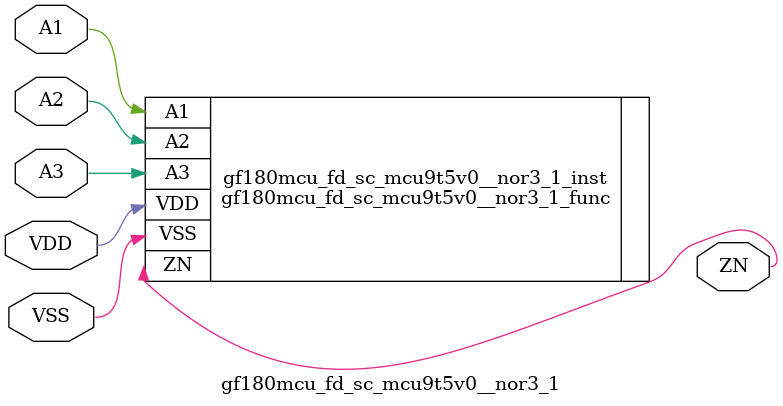
<source format=v>

module gf180mcu_fd_sc_mcu9t5v0__nor3_1( A3, ZN, A2, A1, VDD, VSS );
input A1, A2, A3;
inout VDD, VSS;
output ZN;

   `ifdef FUNCTIONAL  //  functional //

	gf180mcu_fd_sc_mcu9t5v0__nor3_1_func gf180mcu_fd_sc_mcu9t5v0__nor3_1_behav_inst(.A3(A3),.ZN(ZN),.A2(A2),.A1(A1),.VDD(VDD),.VSS(VSS));

   `else

	gf180mcu_fd_sc_mcu9t5v0__nor3_1_func gf180mcu_fd_sc_mcu9t5v0__nor3_1_inst(.A3(A3),.ZN(ZN),.A2(A2),.A1(A1),.VDD(VDD),.VSS(VSS));

	// spec_gates_begin


	// spec_gates_end



   specify

	// specify_block_begin

	// comb arc A1 --> ZN
	 (A1 => ZN) = (1.0,1.0);

	// comb arc A2 --> ZN
	 (A2 => ZN) = (1.0,1.0);

	// comb arc A3 --> ZN
	 (A3 => ZN) = (1.0,1.0);

	// specify_block_end

   endspecify

   `endif

endmodule

</source>
